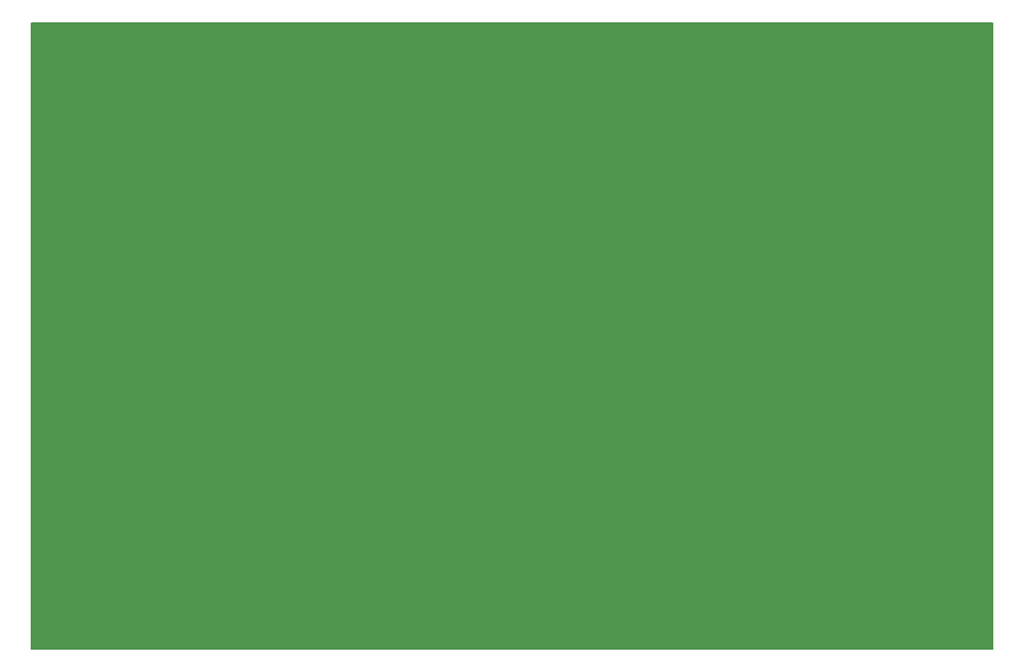
<source format=gbr>
%TF.GenerationSoftware,KiCad,Pcbnew,(6.0.8)*%
%TF.CreationDate,2023-04-09T18:39:34-06:00*%
%TF.ProjectId,Hydro,48796472-6f2e-46b6-9963-61645f706362,rev?*%
%TF.SameCoordinates,Original*%
%TF.FileFunction,Soldermask,Top*%
%TF.FilePolarity,Negative*%
%FSLAX46Y46*%
G04 Gerber Fmt 4.6, Leading zero omitted, Abs format (unit mm)*
G04 Created by KiCad (PCBNEW (6.0.8)) date 2023-04-09 18:39:34*
%MOMM*%
%LPD*%
G01*
G04 APERTURE LIST*
%ADD10C,0.836200*%
%ADD11C,1.576200*%
%ADD12C,0.010000*%
%ADD13C,1.524000*%
%ADD14C,1.600000*%
%ADD15O,1.600000X1.600000*%
%ADD16O,3.048000X1.524000*%
%ADD17C,3.000000*%
%ADD18R,2.200000X2.200000*%
%ADD19O,2.200000X2.200000*%
%ADD20C,6.000000*%
%ADD21C,1.400000*%
%ADD22O,1.400000X1.400000*%
%ADD23R,1.498000X1.498000*%
%ADD24C,1.498000*%
%ADD25C,3.050000*%
%ADD26R,1.605000X1.605000*%
%ADD27C,1.605000*%
G04 APERTURE END LIST*
D10*
%TO.C,J7*%
X204984100Y-100838000D02*
G75*
G03*
X204984100Y-100838000I-418100J0D01*
G01*
D11*
X208354100Y-105158000D02*
G75*
G03*
X208354100Y-105158000I-788100J0D01*
G01*
D10*
X207984100Y-100838000D02*
G75*
G03*
X207984100Y-100838000I-418100J0D01*
G01*
G36*
X211402200Y-101674200D02*
G01*
X209729800Y-101674200D01*
X209729800Y-100001800D01*
X211402200Y-100001800D01*
X211402200Y-101674200D01*
G37*
D12*
X211402200Y-101674200D02*
X209729800Y-101674200D01*
X209729800Y-100001800D01*
X211402200Y-100001800D01*
X211402200Y-101674200D01*
D11*
%TO.C,J8*%
X191590100Y-105158000D02*
G75*
G03*
X191590100Y-105158000I-788100J0D01*
G01*
D10*
X191220100Y-100838000D02*
G75*
G03*
X191220100Y-100838000I-418100J0D01*
G01*
X188220100Y-100838000D02*
G75*
G03*
X188220100Y-100838000I-418100J0D01*
G01*
G36*
X194638200Y-101674200D02*
G01*
X192965800Y-101674200D01*
X192965800Y-100001800D01*
X194638200Y-100001800D01*
X194638200Y-101674200D01*
G37*
D12*
X194638200Y-101674200D02*
X192965800Y-101674200D01*
X192965800Y-100001800D01*
X194638200Y-100001800D01*
X194638200Y-101674200D01*
%TD*%
D13*
%TO.C,U4*%
X148844000Y-80772000D03*
X148844000Y-83312000D03*
X148844000Y-85852000D03*
X148844000Y-88392000D03*
%TD*%
D14*
%TO.C,R6*%
X130556000Y-67564000D03*
D15*
X130556000Y-75184000D03*
%TD*%
D16*
%TO.C,Q6*%
X125763750Y-55883220D03*
X125763750Y-58423220D03*
X125763750Y-60963220D03*
%TD*%
%TO.C,Q5*%
X136652000Y-55880000D03*
X136652000Y-58420000D03*
X136652000Y-60960000D03*
%TD*%
%TO.C,Q4*%
X180627750Y-55883220D03*
X180627750Y-58423220D03*
X180627750Y-60963220D03*
%TD*%
%TO.C,Q3*%
X169705750Y-55883220D03*
X169705750Y-58423220D03*
X169705750Y-60963220D03*
%TD*%
%TO.C,Q2*%
X158529750Y-55883220D03*
X158529750Y-58423220D03*
X158529750Y-60963220D03*
%TD*%
%TO.C,Q1*%
X147861750Y-55883220D03*
X147861750Y-58423220D03*
X147861750Y-60963220D03*
%TD*%
D17*
%TO.C,J6*%
X130249151Y-49130200D03*
X126289149Y-49130200D03*
%TD*%
D18*
%TO.C,D6*%
X130556000Y-54356000D03*
D19*
X130556000Y-64516000D03*
%TD*%
D17*
%TO.C,J1*%
X152093151Y-49130200D03*
X148133149Y-49130200D03*
%TD*%
D18*
%TO.C,D5*%
X141478000Y-54356000D03*
D19*
X141478000Y-64516000D03*
%TD*%
D17*
%TO.C,J7*%
X207566000Y-105158000D03*
%TD*%
D20*
%TO.C,H4*%
X228854000Y-39116000D03*
%TD*%
%TO.C,H3*%
X119126000Y-39116000D03*
%TD*%
D21*
%TO.C,R7*%
X209000000Y-43000000D03*
D22*
X216620000Y-43000000D03*
%TD*%
D14*
%TO.C,R1*%
X152654000Y-67564000D03*
D15*
X152654000Y-75184000D03*
%TD*%
D17*
%TO.C,J10*%
X151637999Y-97790000D03*
X155598001Y-97790000D03*
%TD*%
D13*
%TO.C,U3*%
X223095000Y-47235000D03*
X223095000Y-49775000D03*
X223095000Y-52315000D03*
X223095000Y-54855000D03*
X223095000Y-57395000D03*
X223095000Y-59935000D03*
X223095000Y-62475000D03*
X223095000Y-65015000D03*
X223095000Y-67555000D03*
X223095000Y-70095000D03*
X223095000Y-72635000D03*
X223095000Y-75175000D03*
X223095000Y-77715000D03*
X223095000Y-80255000D03*
X223095000Y-82795000D03*
X223095000Y-85335000D03*
X223095000Y-87875000D03*
X223095000Y-90415000D03*
X223095000Y-92955000D03*
%TD*%
D18*
%TO.C,D4*%
X185420000Y-54356000D03*
D19*
X185420000Y-64516000D03*
%TD*%
D18*
%TO.C,D1*%
X152654000Y-54356000D03*
D19*
X152654000Y-64516000D03*
%TD*%
D17*
%TO.C,J4*%
X184859151Y-49130200D03*
X180899149Y-49130200D03*
%TD*%
D18*
%TO.C,D2*%
X163322000Y-54356000D03*
D19*
X163322000Y-64516000D03*
%TD*%
D17*
%TO.C,J3*%
X173990001Y-49130200D03*
X170029999Y-49130200D03*
%TD*%
%TO.C,J5*%
X141171151Y-49130200D03*
X137211149Y-49130200D03*
%TD*%
%TO.C,J8*%
X190802000Y-105158000D03*
%TD*%
D14*
%TO.C,R2*%
X163322000Y-67564000D03*
D15*
X163322000Y-75184000D03*
%TD*%
D14*
%TO.C,R4*%
X185420000Y-67564000D03*
D15*
X185420000Y-75184000D03*
%TD*%
D14*
%TO.C,R3*%
X174498000Y-67564000D03*
D15*
X174498000Y-75184000D03*
%TD*%
D13*
%TO.C,U2*%
X194405000Y-47235000D03*
X194405000Y-49775000D03*
X194405000Y-52315000D03*
X194405000Y-54855000D03*
X194405000Y-57395000D03*
X194405000Y-59935000D03*
X194405000Y-62475000D03*
X194405000Y-65015000D03*
X194405000Y-67555000D03*
X194405000Y-70095000D03*
X194405000Y-72635000D03*
X194405000Y-75175000D03*
X194405000Y-77715000D03*
X194405000Y-80255000D03*
X194405000Y-82795000D03*
X194405000Y-85335000D03*
X194405000Y-87875000D03*
X194405000Y-90415000D03*
X194405000Y-92955000D03*
X219805000Y-47235000D03*
X219805000Y-49775000D03*
X219805000Y-52315000D03*
X219805000Y-54855000D03*
X219805000Y-57395000D03*
X219805000Y-59935000D03*
X219805000Y-62475000D03*
X219805000Y-65015000D03*
X219805000Y-67555000D03*
X219805000Y-70095000D03*
X219805000Y-72635000D03*
X219805000Y-75175000D03*
X219805000Y-77715000D03*
X219805000Y-80255000D03*
X219805000Y-82795000D03*
X219805000Y-85335000D03*
X219805000Y-87875000D03*
X219805000Y-90415000D03*
X219805000Y-92955000D03*
%TD*%
D20*
%TO.C,H2*%
X119126000Y-108204000D03*
%TD*%
D17*
%TO.C,J2*%
X163015151Y-49130200D03*
X159055149Y-49130200D03*
%TD*%
D14*
%TO.C,R5*%
X141478000Y-67564000D03*
D15*
X141478000Y-75184000D03*
%TD*%
D23*
%TO.C,SW1*%
X204750000Y-43250000D03*
D24*
X198250000Y-43250000D03*
X204750000Y-38750000D03*
X198250000Y-38750000D03*
%TD*%
D18*
%TO.C,D3*%
X174498000Y-54356000D03*
D19*
X174498000Y-64516000D03*
%TD*%
D20*
%TO.C,H1*%
X228854000Y-108204000D03*
%TD*%
D25*
%TO.C,J9*%
X176340000Y-106268000D03*
X171640000Y-106268000D03*
D26*
X178490000Y-101948000D03*
D27*
X175490000Y-101948000D03*
X172490000Y-101948000D03*
X169490000Y-101948000D03*
%TD*%
D13*
%TO.C,U5*%
X137065000Y-81375000D03*
X137065000Y-83915000D03*
X137065000Y-86455000D03*
%TD*%
%TO.C,U1*%
X191095000Y-47235000D03*
X191095000Y-49775000D03*
X191095000Y-52315000D03*
X191095000Y-54855000D03*
X191095000Y-57395000D03*
X191095000Y-59935000D03*
X191095000Y-62475000D03*
X191095000Y-65015000D03*
X191095000Y-67555000D03*
X191095000Y-70095000D03*
X191095000Y-72635000D03*
X191095000Y-75175000D03*
X191095000Y-77715000D03*
X191095000Y-80255000D03*
X191095000Y-82795000D03*
X191095000Y-85335000D03*
X191095000Y-87875000D03*
X191095000Y-90415000D03*
X191095000Y-92955000D03*
%TD*%
G36*
X232352121Y-35580002D02*
G01*
X232398614Y-35633658D01*
X232410000Y-35686000D01*
X232410000Y-111634000D01*
X232389998Y-111702121D01*
X232336342Y-111748614D01*
X232284000Y-111760000D01*
X115696000Y-111760000D01*
X115627879Y-111739998D01*
X115581386Y-111686342D01*
X115570000Y-111634000D01*
X115570000Y-35686000D01*
X115590002Y-35617879D01*
X115643658Y-35571386D01*
X115696000Y-35560000D01*
X232284000Y-35560000D01*
X232352121Y-35580002D01*
G37*
M02*

</source>
